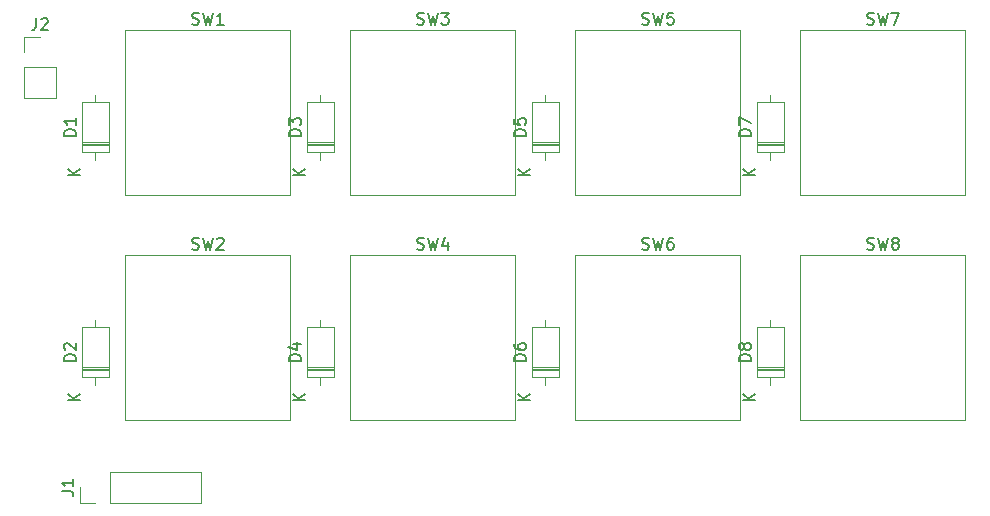
<source format=gto>
G04 #@! TF.GenerationSoftware,KiCad,Pcbnew,(5.1.2)-1*
G04 #@! TF.CreationDate,2019-05-30T07:31:40-07:00*
G04 #@! TF.ProjectId,mechanical_keyboard_mk0,6d656368-616e-4696-9361-6c5f6b657962,rev?*
G04 #@! TF.SameCoordinates,Original*
G04 #@! TF.FileFunction,Legend,Top*
G04 #@! TF.FilePolarity,Positive*
%FSLAX46Y46*%
G04 Gerber Fmt 4.6, Leading zero omitted, Abs format (unit mm)*
G04 Created by KiCad (PCBNEW (5.1.2)-1) date 2019-05-30 07:31:40*
%MOMM*%
%LPD*%
G04 APERTURE LIST*
%ADD10C,0.120000*%
%ADD11C,0.150000*%
G04 APERTURE END LIST*
D10*
X103505000Y-60833000D02*
X103505000Y-46863000D01*
X117475000Y-60833000D02*
X103505000Y-60833000D01*
X117475000Y-46863000D02*
X117475000Y-60833000D01*
X103505000Y-46863000D02*
X117475000Y-46863000D01*
X160655000Y-79883000D02*
X160655000Y-65913000D01*
X174625000Y-79883000D02*
X160655000Y-79883000D01*
X174625000Y-65913000D02*
X174625000Y-79883000D01*
X160655000Y-65913000D02*
X174625000Y-65913000D01*
X160655000Y-60833000D02*
X160655000Y-46863000D01*
X174625000Y-60833000D02*
X160655000Y-60833000D01*
X174625000Y-46863000D02*
X174625000Y-60833000D01*
X160655000Y-46863000D02*
X174625000Y-46863000D01*
X141605000Y-79883000D02*
X141605000Y-65913000D01*
X155575000Y-79883000D02*
X141605000Y-79883000D01*
X155575000Y-65913000D02*
X155575000Y-79883000D01*
X141605000Y-65913000D02*
X155575000Y-65913000D01*
X141605000Y-60833000D02*
X141605000Y-46863000D01*
X155575000Y-60833000D02*
X141605000Y-60833000D01*
X155575000Y-46863000D02*
X155575000Y-60833000D01*
X141605000Y-46863000D02*
X155575000Y-46863000D01*
X94936000Y-47438000D02*
X96266000Y-47438000D01*
X94936000Y-48768000D02*
X94936000Y-47438000D01*
X94936000Y-50038000D02*
X97596000Y-50038000D01*
X97596000Y-50038000D02*
X97596000Y-52638000D01*
X94936000Y-50038000D02*
X94936000Y-52638000D01*
X94936000Y-52638000D02*
X97596000Y-52638000D01*
X99635000Y-86928000D02*
X99635000Y-85598000D01*
X100965000Y-86928000D02*
X99635000Y-86928000D01*
X102235000Y-86928000D02*
X102235000Y-84268000D01*
X102235000Y-84268000D02*
X109915000Y-84268000D01*
X102235000Y-86928000D02*
X109915000Y-86928000D01*
X109915000Y-86928000D02*
X109915000Y-84268000D01*
X156995000Y-75688000D02*
X159235000Y-75688000D01*
X156995000Y-75448000D02*
X159235000Y-75448000D01*
X156995000Y-75568000D02*
X159235000Y-75568000D01*
X158115000Y-71398000D02*
X158115000Y-72048000D01*
X158115000Y-76938000D02*
X158115000Y-76288000D01*
X156995000Y-72048000D02*
X156995000Y-76288000D01*
X159235000Y-72048000D02*
X156995000Y-72048000D01*
X159235000Y-76288000D02*
X159235000Y-72048000D01*
X156995000Y-76288000D02*
X159235000Y-76288000D01*
X156995000Y-56638000D02*
X159235000Y-56638000D01*
X156995000Y-56398000D02*
X159235000Y-56398000D01*
X156995000Y-56518000D02*
X159235000Y-56518000D01*
X158115000Y-52348000D02*
X158115000Y-52998000D01*
X158115000Y-57888000D02*
X158115000Y-57238000D01*
X156995000Y-52998000D02*
X156995000Y-57238000D01*
X159235000Y-52998000D02*
X156995000Y-52998000D01*
X159235000Y-57238000D02*
X159235000Y-52998000D01*
X156995000Y-57238000D02*
X159235000Y-57238000D01*
X137945000Y-75688000D02*
X140185000Y-75688000D01*
X137945000Y-75448000D02*
X140185000Y-75448000D01*
X137945000Y-75568000D02*
X140185000Y-75568000D01*
X139065000Y-71398000D02*
X139065000Y-72048000D01*
X139065000Y-76938000D02*
X139065000Y-76288000D01*
X137945000Y-72048000D02*
X137945000Y-76288000D01*
X140185000Y-72048000D02*
X137945000Y-72048000D01*
X140185000Y-76288000D02*
X140185000Y-72048000D01*
X137945000Y-76288000D02*
X140185000Y-76288000D01*
X137945000Y-56638000D02*
X140185000Y-56638000D01*
X137945000Y-56398000D02*
X140185000Y-56398000D01*
X137945000Y-56518000D02*
X140185000Y-56518000D01*
X139065000Y-52348000D02*
X139065000Y-52998000D01*
X139065000Y-57888000D02*
X139065000Y-57238000D01*
X137945000Y-52998000D02*
X137945000Y-57238000D01*
X140185000Y-52998000D02*
X137945000Y-52998000D01*
X140185000Y-57238000D02*
X140185000Y-52998000D01*
X137945000Y-57238000D02*
X140185000Y-57238000D01*
X122555000Y-79883000D02*
X122555000Y-65913000D01*
X136525000Y-79883000D02*
X122555000Y-79883000D01*
X136525000Y-65913000D02*
X136525000Y-79883000D01*
X122555000Y-65913000D02*
X136525000Y-65913000D01*
X122555000Y-60833000D02*
X122555000Y-46863000D01*
X136525000Y-60833000D02*
X122555000Y-60833000D01*
X136525000Y-46863000D02*
X136525000Y-60833000D01*
X122555000Y-46863000D02*
X136525000Y-46863000D01*
X103505000Y-79883000D02*
X103505000Y-65913000D01*
X117475000Y-79883000D02*
X103505000Y-79883000D01*
X117475000Y-65913000D02*
X117475000Y-79883000D01*
X103505000Y-65913000D02*
X117475000Y-65913000D01*
X118895000Y-75688000D02*
X121135000Y-75688000D01*
X118895000Y-75448000D02*
X121135000Y-75448000D01*
X118895000Y-75568000D02*
X121135000Y-75568000D01*
X120015000Y-71398000D02*
X120015000Y-72048000D01*
X120015000Y-76938000D02*
X120015000Y-76288000D01*
X118895000Y-72048000D02*
X118895000Y-76288000D01*
X121135000Y-72048000D02*
X118895000Y-72048000D01*
X121135000Y-76288000D02*
X121135000Y-72048000D01*
X118895000Y-76288000D02*
X121135000Y-76288000D01*
X118895000Y-56638000D02*
X121135000Y-56638000D01*
X118895000Y-56398000D02*
X121135000Y-56398000D01*
X118895000Y-56518000D02*
X121135000Y-56518000D01*
X120015000Y-52348000D02*
X120015000Y-52998000D01*
X120015000Y-57888000D02*
X120015000Y-57238000D01*
X118895000Y-52998000D02*
X118895000Y-57238000D01*
X121135000Y-52998000D02*
X118895000Y-52998000D01*
X121135000Y-57238000D02*
X121135000Y-52998000D01*
X118895000Y-57238000D02*
X121135000Y-57238000D01*
X99845000Y-75688000D02*
X102085000Y-75688000D01*
X99845000Y-75448000D02*
X102085000Y-75448000D01*
X99845000Y-75568000D02*
X102085000Y-75568000D01*
X100965000Y-71398000D02*
X100965000Y-72048000D01*
X100965000Y-76938000D02*
X100965000Y-76288000D01*
X99845000Y-72048000D02*
X99845000Y-76288000D01*
X102085000Y-72048000D02*
X99845000Y-72048000D01*
X102085000Y-76288000D02*
X102085000Y-72048000D01*
X99845000Y-76288000D02*
X102085000Y-76288000D01*
X99845000Y-56638000D02*
X102085000Y-56638000D01*
X99845000Y-56398000D02*
X102085000Y-56398000D01*
X99845000Y-56518000D02*
X102085000Y-56518000D01*
X100965000Y-52348000D02*
X100965000Y-52998000D01*
X100965000Y-57888000D02*
X100965000Y-57238000D01*
X99845000Y-52998000D02*
X99845000Y-57238000D01*
X102085000Y-52998000D02*
X99845000Y-52998000D01*
X102085000Y-57238000D02*
X102085000Y-52998000D01*
X99845000Y-57238000D02*
X102085000Y-57238000D01*
D11*
X109156666Y-46378761D02*
X109299523Y-46426380D01*
X109537619Y-46426380D01*
X109632857Y-46378761D01*
X109680476Y-46331142D01*
X109728095Y-46235904D01*
X109728095Y-46140666D01*
X109680476Y-46045428D01*
X109632857Y-45997809D01*
X109537619Y-45950190D01*
X109347142Y-45902571D01*
X109251904Y-45854952D01*
X109204285Y-45807333D01*
X109156666Y-45712095D01*
X109156666Y-45616857D01*
X109204285Y-45521619D01*
X109251904Y-45474000D01*
X109347142Y-45426380D01*
X109585238Y-45426380D01*
X109728095Y-45474000D01*
X110061428Y-45426380D02*
X110299523Y-46426380D01*
X110490000Y-45712095D01*
X110680476Y-46426380D01*
X110918571Y-45426380D01*
X111823333Y-46426380D02*
X111251904Y-46426380D01*
X111537619Y-46426380D02*
X111537619Y-45426380D01*
X111442380Y-45569238D01*
X111347142Y-45664476D01*
X111251904Y-45712095D01*
X166306666Y-65428761D02*
X166449523Y-65476380D01*
X166687619Y-65476380D01*
X166782857Y-65428761D01*
X166830476Y-65381142D01*
X166878095Y-65285904D01*
X166878095Y-65190666D01*
X166830476Y-65095428D01*
X166782857Y-65047809D01*
X166687619Y-65000190D01*
X166497142Y-64952571D01*
X166401904Y-64904952D01*
X166354285Y-64857333D01*
X166306666Y-64762095D01*
X166306666Y-64666857D01*
X166354285Y-64571619D01*
X166401904Y-64524000D01*
X166497142Y-64476380D01*
X166735238Y-64476380D01*
X166878095Y-64524000D01*
X167211428Y-64476380D02*
X167449523Y-65476380D01*
X167640000Y-64762095D01*
X167830476Y-65476380D01*
X168068571Y-64476380D01*
X168592380Y-64904952D02*
X168497142Y-64857333D01*
X168449523Y-64809714D01*
X168401904Y-64714476D01*
X168401904Y-64666857D01*
X168449523Y-64571619D01*
X168497142Y-64524000D01*
X168592380Y-64476380D01*
X168782857Y-64476380D01*
X168878095Y-64524000D01*
X168925714Y-64571619D01*
X168973333Y-64666857D01*
X168973333Y-64714476D01*
X168925714Y-64809714D01*
X168878095Y-64857333D01*
X168782857Y-64904952D01*
X168592380Y-64904952D01*
X168497142Y-64952571D01*
X168449523Y-65000190D01*
X168401904Y-65095428D01*
X168401904Y-65285904D01*
X168449523Y-65381142D01*
X168497142Y-65428761D01*
X168592380Y-65476380D01*
X168782857Y-65476380D01*
X168878095Y-65428761D01*
X168925714Y-65381142D01*
X168973333Y-65285904D01*
X168973333Y-65095428D01*
X168925714Y-65000190D01*
X168878095Y-64952571D01*
X168782857Y-64904952D01*
X166306666Y-46378761D02*
X166449523Y-46426380D01*
X166687619Y-46426380D01*
X166782857Y-46378761D01*
X166830476Y-46331142D01*
X166878095Y-46235904D01*
X166878095Y-46140666D01*
X166830476Y-46045428D01*
X166782857Y-45997809D01*
X166687619Y-45950190D01*
X166497142Y-45902571D01*
X166401904Y-45854952D01*
X166354285Y-45807333D01*
X166306666Y-45712095D01*
X166306666Y-45616857D01*
X166354285Y-45521619D01*
X166401904Y-45474000D01*
X166497142Y-45426380D01*
X166735238Y-45426380D01*
X166878095Y-45474000D01*
X167211428Y-45426380D02*
X167449523Y-46426380D01*
X167640000Y-45712095D01*
X167830476Y-46426380D01*
X168068571Y-45426380D01*
X168354285Y-45426380D02*
X169020952Y-45426380D01*
X168592380Y-46426380D01*
X147256666Y-65428761D02*
X147399523Y-65476380D01*
X147637619Y-65476380D01*
X147732857Y-65428761D01*
X147780476Y-65381142D01*
X147828095Y-65285904D01*
X147828095Y-65190666D01*
X147780476Y-65095428D01*
X147732857Y-65047809D01*
X147637619Y-65000190D01*
X147447142Y-64952571D01*
X147351904Y-64904952D01*
X147304285Y-64857333D01*
X147256666Y-64762095D01*
X147256666Y-64666857D01*
X147304285Y-64571619D01*
X147351904Y-64524000D01*
X147447142Y-64476380D01*
X147685238Y-64476380D01*
X147828095Y-64524000D01*
X148161428Y-64476380D02*
X148399523Y-65476380D01*
X148590000Y-64762095D01*
X148780476Y-65476380D01*
X149018571Y-64476380D01*
X149828095Y-64476380D02*
X149637619Y-64476380D01*
X149542380Y-64524000D01*
X149494761Y-64571619D01*
X149399523Y-64714476D01*
X149351904Y-64904952D01*
X149351904Y-65285904D01*
X149399523Y-65381142D01*
X149447142Y-65428761D01*
X149542380Y-65476380D01*
X149732857Y-65476380D01*
X149828095Y-65428761D01*
X149875714Y-65381142D01*
X149923333Y-65285904D01*
X149923333Y-65047809D01*
X149875714Y-64952571D01*
X149828095Y-64904952D01*
X149732857Y-64857333D01*
X149542380Y-64857333D01*
X149447142Y-64904952D01*
X149399523Y-64952571D01*
X149351904Y-65047809D01*
X147256666Y-46378761D02*
X147399523Y-46426380D01*
X147637619Y-46426380D01*
X147732857Y-46378761D01*
X147780476Y-46331142D01*
X147828095Y-46235904D01*
X147828095Y-46140666D01*
X147780476Y-46045428D01*
X147732857Y-45997809D01*
X147637619Y-45950190D01*
X147447142Y-45902571D01*
X147351904Y-45854952D01*
X147304285Y-45807333D01*
X147256666Y-45712095D01*
X147256666Y-45616857D01*
X147304285Y-45521619D01*
X147351904Y-45474000D01*
X147447142Y-45426380D01*
X147685238Y-45426380D01*
X147828095Y-45474000D01*
X148161428Y-45426380D02*
X148399523Y-46426380D01*
X148590000Y-45712095D01*
X148780476Y-46426380D01*
X149018571Y-45426380D01*
X149875714Y-45426380D02*
X149399523Y-45426380D01*
X149351904Y-45902571D01*
X149399523Y-45854952D01*
X149494761Y-45807333D01*
X149732857Y-45807333D01*
X149828095Y-45854952D01*
X149875714Y-45902571D01*
X149923333Y-45997809D01*
X149923333Y-46235904D01*
X149875714Y-46331142D01*
X149828095Y-46378761D01*
X149732857Y-46426380D01*
X149494761Y-46426380D01*
X149399523Y-46378761D01*
X149351904Y-46331142D01*
X95932666Y-45890380D02*
X95932666Y-46604666D01*
X95885047Y-46747523D01*
X95789809Y-46842761D01*
X95646952Y-46890380D01*
X95551714Y-46890380D01*
X96361238Y-45985619D02*
X96408857Y-45938000D01*
X96504095Y-45890380D01*
X96742190Y-45890380D01*
X96837428Y-45938000D01*
X96885047Y-45985619D01*
X96932666Y-46080857D01*
X96932666Y-46176095D01*
X96885047Y-46318952D01*
X96313619Y-46890380D01*
X96932666Y-46890380D01*
X98087380Y-85931333D02*
X98801666Y-85931333D01*
X98944523Y-85978952D01*
X99039761Y-86074190D01*
X99087380Y-86217047D01*
X99087380Y-86312285D01*
X99087380Y-84931333D02*
X99087380Y-85502761D01*
X99087380Y-85217047D02*
X98087380Y-85217047D01*
X98230238Y-85312285D01*
X98325476Y-85407523D01*
X98373095Y-85502761D01*
X156447380Y-74906095D02*
X155447380Y-74906095D01*
X155447380Y-74668000D01*
X155495000Y-74525142D01*
X155590238Y-74429904D01*
X155685476Y-74382285D01*
X155875952Y-74334666D01*
X156018809Y-74334666D01*
X156209285Y-74382285D01*
X156304523Y-74429904D01*
X156399761Y-74525142D01*
X156447380Y-74668000D01*
X156447380Y-74906095D01*
X155875952Y-73763238D02*
X155828333Y-73858476D01*
X155780714Y-73906095D01*
X155685476Y-73953714D01*
X155637857Y-73953714D01*
X155542619Y-73906095D01*
X155495000Y-73858476D01*
X155447380Y-73763238D01*
X155447380Y-73572761D01*
X155495000Y-73477523D01*
X155542619Y-73429904D01*
X155637857Y-73382285D01*
X155685476Y-73382285D01*
X155780714Y-73429904D01*
X155828333Y-73477523D01*
X155875952Y-73572761D01*
X155875952Y-73763238D01*
X155923571Y-73858476D01*
X155971190Y-73906095D01*
X156066428Y-73953714D01*
X156256904Y-73953714D01*
X156352142Y-73906095D01*
X156399761Y-73858476D01*
X156447380Y-73763238D01*
X156447380Y-73572761D01*
X156399761Y-73477523D01*
X156352142Y-73429904D01*
X156256904Y-73382285D01*
X156066428Y-73382285D01*
X155971190Y-73429904D01*
X155923571Y-73477523D01*
X155875952Y-73572761D01*
X156767380Y-78239904D02*
X155767380Y-78239904D01*
X156767380Y-77668476D02*
X156195952Y-78097047D01*
X155767380Y-77668476D02*
X156338809Y-78239904D01*
X156447380Y-55856095D02*
X155447380Y-55856095D01*
X155447380Y-55618000D01*
X155495000Y-55475142D01*
X155590238Y-55379904D01*
X155685476Y-55332285D01*
X155875952Y-55284666D01*
X156018809Y-55284666D01*
X156209285Y-55332285D01*
X156304523Y-55379904D01*
X156399761Y-55475142D01*
X156447380Y-55618000D01*
X156447380Y-55856095D01*
X155447380Y-54951333D02*
X155447380Y-54284666D01*
X156447380Y-54713238D01*
X156767380Y-59189904D02*
X155767380Y-59189904D01*
X156767380Y-58618476D02*
X156195952Y-59047047D01*
X155767380Y-58618476D02*
X156338809Y-59189904D01*
X137397380Y-74906095D02*
X136397380Y-74906095D01*
X136397380Y-74668000D01*
X136445000Y-74525142D01*
X136540238Y-74429904D01*
X136635476Y-74382285D01*
X136825952Y-74334666D01*
X136968809Y-74334666D01*
X137159285Y-74382285D01*
X137254523Y-74429904D01*
X137349761Y-74525142D01*
X137397380Y-74668000D01*
X137397380Y-74906095D01*
X136397380Y-73477523D02*
X136397380Y-73668000D01*
X136445000Y-73763238D01*
X136492619Y-73810857D01*
X136635476Y-73906095D01*
X136825952Y-73953714D01*
X137206904Y-73953714D01*
X137302142Y-73906095D01*
X137349761Y-73858476D01*
X137397380Y-73763238D01*
X137397380Y-73572761D01*
X137349761Y-73477523D01*
X137302142Y-73429904D01*
X137206904Y-73382285D01*
X136968809Y-73382285D01*
X136873571Y-73429904D01*
X136825952Y-73477523D01*
X136778333Y-73572761D01*
X136778333Y-73763238D01*
X136825952Y-73858476D01*
X136873571Y-73906095D01*
X136968809Y-73953714D01*
X137717380Y-78239904D02*
X136717380Y-78239904D01*
X137717380Y-77668476D02*
X137145952Y-78097047D01*
X136717380Y-77668476D02*
X137288809Y-78239904D01*
X137397380Y-55856095D02*
X136397380Y-55856095D01*
X136397380Y-55618000D01*
X136445000Y-55475142D01*
X136540238Y-55379904D01*
X136635476Y-55332285D01*
X136825952Y-55284666D01*
X136968809Y-55284666D01*
X137159285Y-55332285D01*
X137254523Y-55379904D01*
X137349761Y-55475142D01*
X137397380Y-55618000D01*
X137397380Y-55856095D01*
X136397380Y-54379904D02*
X136397380Y-54856095D01*
X136873571Y-54903714D01*
X136825952Y-54856095D01*
X136778333Y-54760857D01*
X136778333Y-54522761D01*
X136825952Y-54427523D01*
X136873571Y-54379904D01*
X136968809Y-54332285D01*
X137206904Y-54332285D01*
X137302142Y-54379904D01*
X137349761Y-54427523D01*
X137397380Y-54522761D01*
X137397380Y-54760857D01*
X137349761Y-54856095D01*
X137302142Y-54903714D01*
X137717380Y-59189904D02*
X136717380Y-59189904D01*
X137717380Y-58618476D02*
X137145952Y-59047047D01*
X136717380Y-58618476D02*
X137288809Y-59189904D01*
X128206666Y-65428761D02*
X128349523Y-65476380D01*
X128587619Y-65476380D01*
X128682857Y-65428761D01*
X128730476Y-65381142D01*
X128778095Y-65285904D01*
X128778095Y-65190666D01*
X128730476Y-65095428D01*
X128682857Y-65047809D01*
X128587619Y-65000190D01*
X128397142Y-64952571D01*
X128301904Y-64904952D01*
X128254285Y-64857333D01*
X128206666Y-64762095D01*
X128206666Y-64666857D01*
X128254285Y-64571619D01*
X128301904Y-64524000D01*
X128397142Y-64476380D01*
X128635238Y-64476380D01*
X128778095Y-64524000D01*
X129111428Y-64476380D02*
X129349523Y-65476380D01*
X129540000Y-64762095D01*
X129730476Y-65476380D01*
X129968571Y-64476380D01*
X130778095Y-64809714D02*
X130778095Y-65476380D01*
X130540000Y-64428761D02*
X130301904Y-65143047D01*
X130920952Y-65143047D01*
X128206666Y-46378761D02*
X128349523Y-46426380D01*
X128587619Y-46426380D01*
X128682857Y-46378761D01*
X128730476Y-46331142D01*
X128778095Y-46235904D01*
X128778095Y-46140666D01*
X128730476Y-46045428D01*
X128682857Y-45997809D01*
X128587619Y-45950190D01*
X128397142Y-45902571D01*
X128301904Y-45854952D01*
X128254285Y-45807333D01*
X128206666Y-45712095D01*
X128206666Y-45616857D01*
X128254285Y-45521619D01*
X128301904Y-45474000D01*
X128397142Y-45426380D01*
X128635238Y-45426380D01*
X128778095Y-45474000D01*
X129111428Y-45426380D02*
X129349523Y-46426380D01*
X129540000Y-45712095D01*
X129730476Y-46426380D01*
X129968571Y-45426380D01*
X130254285Y-45426380D02*
X130873333Y-45426380D01*
X130540000Y-45807333D01*
X130682857Y-45807333D01*
X130778095Y-45854952D01*
X130825714Y-45902571D01*
X130873333Y-45997809D01*
X130873333Y-46235904D01*
X130825714Y-46331142D01*
X130778095Y-46378761D01*
X130682857Y-46426380D01*
X130397142Y-46426380D01*
X130301904Y-46378761D01*
X130254285Y-46331142D01*
X109156666Y-65428761D02*
X109299523Y-65476380D01*
X109537619Y-65476380D01*
X109632857Y-65428761D01*
X109680476Y-65381142D01*
X109728095Y-65285904D01*
X109728095Y-65190666D01*
X109680476Y-65095428D01*
X109632857Y-65047809D01*
X109537619Y-65000190D01*
X109347142Y-64952571D01*
X109251904Y-64904952D01*
X109204285Y-64857333D01*
X109156666Y-64762095D01*
X109156666Y-64666857D01*
X109204285Y-64571619D01*
X109251904Y-64524000D01*
X109347142Y-64476380D01*
X109585238Y-64476380D01*
X109728095Y-64524000D01*
X110061428Y-64476380D02*
X110299523Y-65476380D01*
X110490000Y-64762095D01*
X110680476Y-65476380D01*
X110918571Y-64476380D01*
X111251904Y-64571619D02*
X111299523Y-64524000D01*
X111394761Y-64476380D01*
X111632857Y-64476380D01*
X111728095Y-64524000D01*
X111775714Y-64571619D01*
X111823333Y-64666857D01*
X111823333Y-64762095D01*
X111775714Y-64904952D01*
X111204285Y-65476380D01*
X111823333Y-65476380D01*
X118347380Y-74906095D02*
X117347380Y-74906095D01*
X117347380Y-74668000D01*
X117395000Y-74525142D01*
X117490238Y-74429904D01*
X117585476Y-74382285D01*
X117775952Y-74334666D01*
X117918809Y-74334666D01*
X118109285Y-74382285D01*
X118204523Y-74429904D01*
X118299761Y-74525142D01*
X118347380Y-74668000D01*
X118347380Y-74906095D01*
X117680714Y-73477523D02*
X118347380Y-73477523D01*
X117299761Y-73715619D02*
X118014047Y-73953714D01*
X118014047Y-73334666D01*
X118667380Y-78239904D02*
X117667380Y-78239904D01*
X118667380Y-77668476D02*
X118095952Y-78097047D01*
X117667380Y-77668476D02*
X118238809Y-78239904D01*
X118347380Y-55856095D02*
X117347380Y-55856095D01*
X117347380Y-55618000D01*
X117395000Y-55475142D01*
X117490238Y-55379904D01*
X117585476Y-55332285D01*
X117775952Y-55284666D01*
X117918809Y-55284666D01*
X118109285Y-55332285D01*
X118204523Y-55379904D01*
X118299761Y-55475142D01*
X118347380Y-55618000D01*
X118347380Y-55856095D01*
X117347380Y-54951333D02*
X117347380Y-54332285D01*
X117728333Y-54665619D01*
X117728333Y-54522761D01*
X117775952Y-54427523D01*
X117823571Y-54379904D01*
X117918809Y-54332285D01*
X118156904Y-54332285D01*
X118252142Y-54379904D01*
X118299761Y-54427523D01*
X118347380Y-54522761D01*
X118347380Y-54808476D01*
X118299761Y-54903714D01*
X118252142Y-54951333D01*
X118667380Y-59189904D02*
X117667380Y-59189904D01*
X118667380Y-58618476D02*
X118095952Y-59047047D01*
X117667380Y-58618476D02*
X118238809Y-59189904D01*
X99297380Y-74906095D02*
X98297380Y-74906095D01*
X98297380Y-74668000D01*
X98345000Y-74525142D01*
X98440238Y-74429904D01*
X98535476Y-74382285D01*
X98725952Y-74334666D01*
X98868809Y-74334666D01*
X99059285Y-74382285D01*
X99154523Y-74429904D01*
X99249761Y-74525142D01*
X99297380Y-74668000D01*
X99297380Y-74906095D01*
X98392619Y-73953714D02*
X98345000Y-73906095D01*
X98297380Y-73810857D01*
X98297380Y-73572761D01*
X98345000Y-73477523D01*
X98392619Y-73429904D01*
X98487857Y-73382285D01*
X98583095Y-73382285D01*
X98725952Y-73429904D01*
X99297380Y-74001333D01*
X99297380Y-73382285D01*
X99617380Y-78239904D02*
X98617380Y-78239904D01*
X99617380Y-77668476D02*
X99045952Y-78097047D01*
X98617380Y-77668476D02*
X99188809Y-78239904D01*
X99297380Y-55856095D02*
X98297380Y-55856095D01*
X98297380Y-55618000D01*
X98345000Y-55475142D01*
X98440238Y-55379904D01*
X98535476Y-55332285D01*
X98725952Y-55284666D01*
X98868809Y-55284666D01*
X99059285Y-55332285D01*
X99154523Y-55379904D01*
X99249761Y-55475142D01*
X99297380Y-55618000D01*
X99297380Y-55856095D01*
X99297380Y-54332285D02*
X99297380Y-54903714D01*
X99297380Y-54618000D02*
X98297380Y-54618000D01*
X98440238Y-54713238D01*
X98535476Y-54808476D01*
X98583095Y-54903714D01*
X99617380Y-59189904D02*
X98617380Y-59189904D01*
X99617380Y-58618476D02*
X99045952Y-59047047D01*
X98617380Y-58618476D02*
X99188809Y-59189904D01*
M02*

</source>
